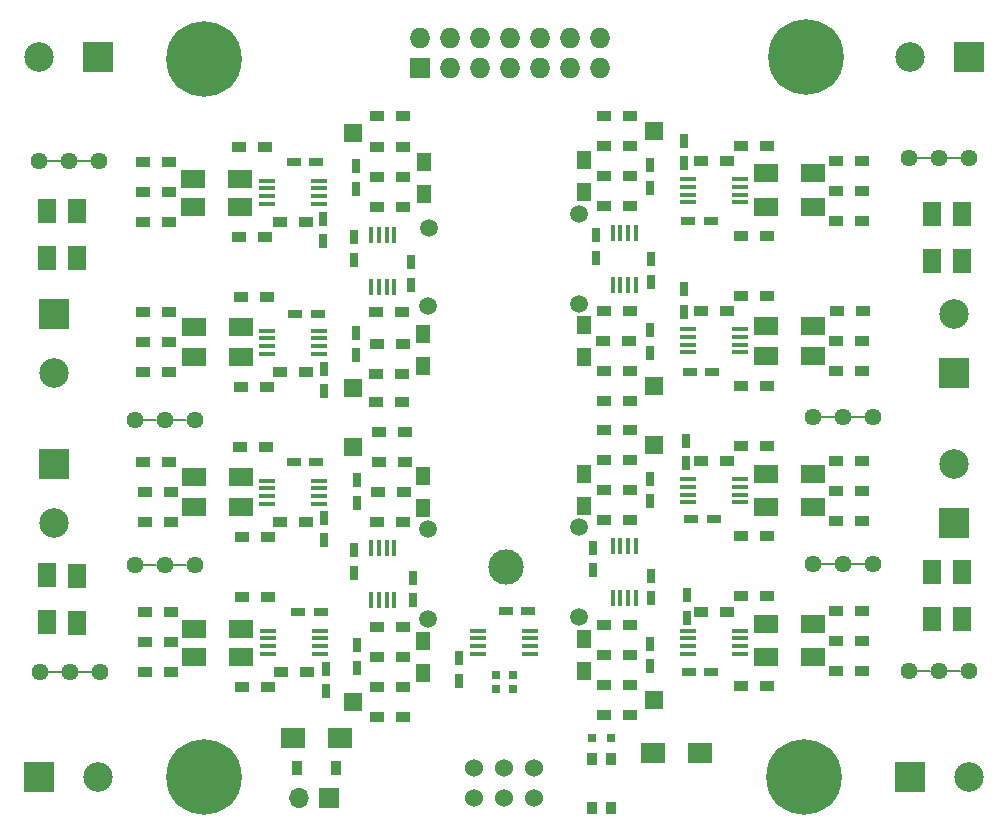
<source format=gbr>
G04 #@! TF.FileFunction,Soldermask,Top*
%FSLAX46Y46*%
G04 Gerber Fmt 4.6, Leading zero omitted, Abs format (unit mm)*
G04 Created by KiCad (PCBNEW 4.0.6) date Tue Apr  4 20:52:10 2017*
%MOMM*%
%LPD*%
G01*
G04 APERTURE LIST*
%ADD10C,0.088900*%
%ADD11C,0.150000*%
%ADD12C,1.440000*%
%ADD13R,1.200000X0.900000*%
%ADD14R,2.000000X1.700000*%
%ADD15R,1.700000X1.700000*%
%ADD16O,1.700000X1.700000*%
%ADD17R,0.900000X1.200000*%
%ADD18R,1.450000X0.450000*%
%ADD19R,1.600000X2.000000*%
%ADD20R,1.200000X0.750000*%
%ADD21R,0.450000X1.450000*%
%ADD22R,0.640000X0.700000*%
%ADD23C,6.400000*%
%ADD24R,1.500000X1.500000*%
%ADD25C,1.500000*%
%ADD26C,3.000000*%
%ADD27R,0.750000X1.200000*%
%ADD28R,1.300000X1.500000*%
%ADD29R,2.000000X1.600000*%
%ADD30C,2.500000*%
%ADD31R,2.500000X2.500000*%
%ADD32R,0.800000X0.800000*%
%ADD33C,1.524000*%
%ADD34R,0.900000X1.000000*%
%ADD35R,1.727200X1.727200*%
%ADD36O,1.727200X1.727200*%
G04 APERTURE END LIST*
D10*
D11*
X112407700Y-129540000D02*
X111239300Y-129540000D01*
X114947700Y-129540000D02*
X113779300Y-129540000D01*
X120408700Y-120459500D02*
X119240300Y-120459500D01*
X122948700Y-120459500D02*
X121780300Y-120459500D01*
X112344200Y-86233001D02*
X111175800Y-86233001D01*
X114884200Y-86233001D02*
X113715800Y-86233001D01*
X120408703Y-108140501D02*
X119240303Y-108140501D01*
X122948703Y-108140501D02*
X121780303Y-108140501D01*
X187312300Y-129413000D02*
X188480700Y-129413000D01*
X184772300Y-129413000D02*
X185940700Y-129413000D01*
X179247797Y-120395999D02*
X180416197Y-120395999D01*
X176707797Y-120395999D02*
X177876197Y-120395999D01*
X179247797Y-107949999D02*
X180416197Y-107949999D01*
X176707797Y-107949999D02*
X177876197Y-107949999D01*
X187375800Y-85979000D02*
X188544200Y-85979000D01*
X184835800Y-85979000D02*
X186004200Y-85979000D01*
D12*
X115633500Y-129540000D03*
X113093500Y-129540000D03*
X110553500Y-129540000D03*
X123634500Y-120459500D03*
X121094500Y-120459500D03*
X118554500Y-120459500D03*
D13*
X121496000Y-104140000D03*
X119296000Y-104140000D03*
D14*
X131985000Y-135128000D03*
X135985000Y-135128000D03*
D15*
X135001000Y-140208000D03*
D16*
X132461000Y-140208000D03*
D17*
X135635000Y-137668000D03*
X132335000Y-137668000D03*
D18*
X147660000Y-126025000D03*
X147660000Y-126675000D03*
X147660000Y-127325000D03*
X147660000Y-127975000D03*
X152060000Y-127975000D03*
X152060000Y-127325000D03*
X152060000Y-126675000D03*
X152060000Y-126025000D03*
D13*
X169884999Y-105282997D03*
X172084999Y-105282997D03*
D19*
X113665000Y-90456000D03*
X113665000Y-94456000D03*
D13*
X121496000Y-86360000D03*
X119296000Y-86360000D03*
X130853000Y-104140000D03*
X133053000Y-104140000D03*
D20*
X133919000Y-111760000D03*
X132019000Y-111760000D03*
D13*
X119422999Y-124460000D03*
X121622999Y-124460000D03*
D21*
X140542080Y-119031548D03*
X139892080Y-119031548D03*
X139242080Y-119031548D03*
X138592080Y-119031548D03*
X138592080Y-123431548D03*
X139242080Y-123431548D03*
X139892080Y-123431548D03*
X140542080Y-123431548D03*
D18*
X169839999Y-102447998D03*
X169839999Y-101797998D03*
X169839999Y-101147998D03*
X169839999Y-100497998D03*
X165439999Y-100497998D03*
X165439999Y-101147998D03*
X165439999Y-101797998D03*
X165439999Y-102447998D03*
D13*
X177970001Y-124332999D03*
X180170001Y-124332999D03*
D22*
X150560000Y-129740500D03*
X149160000Y-129740500D03*
X149160000Y-130990500D03*
X150560000Y-130990500D03*
D23*
X175387000Y-77470000D03*
X124460000Y-77597000D03*
X175260000Y-138430000D03*
X124460000Y-138430000D03*
D24*
X137066180Y-83908953D03*
D25*
X143510000Y-91948000D03*
D24*
X137066180Y-105498947D03*
D25*
X143416182Y-98513948D03*
D24*
X137027087Y-110436549D03*
D25*
X143377082Y-117421552D03*
D24*
X137027082Y-132026546D03*
D25*
X143377082Y-125041550D03*
D24*
X162557509Y-131861607D03*
D25*
X156207512Y-124876607D03*
D24*
X162557511Y-110271612D03*
D25*
X156207510Y-117256614D03*
D24*
X162544473Y-105326266D03*
D25*
X156194471Y-98341265D03*
D24*
X162544471Y-83736263D03*
D25*
X156194478Y-90721268D03*
D26*
X149987000Y-120650000D03*
D13*
X160469469Y-87546264D03*
X158269469Y-87546264D03*
X158269472Y-90086264D03*
X160469472Y-90086264D03*
X169884999Y-92582997D03*
X172084999Y-92582997D03*
X177970000Y-88772999D03*
X180170000Y-88772999D03*
X177970002Y-86233001D03*
X180170002Y-86233001D03*
X160469476Y-85006261D03*
X158269476Y-85006261D03*
X158269472Y-82466266D03*
X160469472Y-82466266D03*
X168740000Y-86232999D03*
X166540000Y-86232999D03*
X172084999Y-84962997D03*
X169884999Y-84962997D03*
X180170001Y-91313001D03*
X177970001Y-91313001D03*
X160448973Y-101516263D03*
X158248973Y-101516263D03*
X158269474Y-98976268D03*
X160469474Y-98976268D03*
X177970002Y-101473004D03*
X180170002Y-101473004D03*
X178013000Y-98932998D03*
X180213000Y-98932998D03*
X160469476Y-104056265D03*
X158269476Y-104056265D03*
X158269470Y-106596266D03*
X160469470Y-106596266D03*
X168740000Y-98933002D03*
X166540000Y-98933002D03*
X172084999Y-97663000D03*
X169884999Y-97663000D03*
X180170000Y-104012999D03*
X177970000Y-104012999D03*
X160482513Y-114081614D03*
X158282513Y-114081614D03*
X158282508Y-116621613D03*
X160482508Y-116621613D03*
X169884999Y-117982997D03*
X172084999Y-117982997D03*
X177970000Y-114173000D03*
X180170000Y-114173000D03*
X177970002Y-111633001D03*
X180170002Y-111633001D03*
X160482508Y-111541613D03*
X158282508Y-111541613D03*
X158282515Y-109001612D03*
X160482515Y-109001612D03*
X168739999Y-111633002D03*
X166539999Y-111633002D03*
X172084999Y-110362997D03*
X169884999Y-110362997D03*
X180170002Y-116712999D03*
X177970002Y-116712999D03*
X160482508Y-128051611D03*
X158282508Y-128051611D03*
X158282509Y-125511613D03*
X160482509Y-125511613D03*
X169884999Y-130682997D03*
X172084999Y-130682997D03*
X177969999Y-126873000D03*
X180169999Y-126873000D03*
X160482509Y-130591608D03*
X158282509Y-130591608D03*
X158282516Y-133131611D03*
X160482516Y-133131611D03*
X168740000Y-124460000D03*
X166540000Y-124460000D03*
X172084999Y-123062999D03*
X169884999Y-123062999D03*
X180169998Y-129412999D03*
X177969998Y-129412999D03*
X139102082Y-128216547D03*
X141302082Y-128216547D03*
X141302084Y-125676549D03*
X139102084Y-125676549D03*
X129835000Y-123189999D03*
X127635000Y-123189999D03*
X121622999Y-127000001D03*
X119422999Y-127000001D03*
X121622997Y-129540001D03*
X119422997Y-129540001D03*
X139081585Y-130756548D03*
X141281585Y-130756548D03*
X141302082Y-133296546D03*
X139102082Y-133296546D03*
X130980000Y-129540000D03*
X133180000Y-129540000D03*
X127635000Y-130810003D03*
X129835000Y-130810003D03*
X139186086Y-114246552D03*
X141386086Y-114246552D03*
X141305515Y-116786549D03*
X139105515Y-116786549D03*
X129708002Y-110490006D03*
X127508002Y-110490006D03*
X121623001Y-114300002D03*
X119423001Y-114300002D03*
X121623000Y-116840000D03*
X119423000Y-116840000D03*
X139229081Y-111706552D03*
X141429081Y-111706552D03*
X141429083Y-109166550D03*
X139229083Y-109166550D03*
X130852999Y-116840002D03*
X133052999Y-116840002D03*
X127635001Y-118110002D03*
X129835001Y-118110002D03*
X119296000Y-111760001D03*
X121496000Y-111760001D03*
X121496000Y-101600000D03*
X119296000Y-101600000D03*
X119296000Y-99060000D03*
X121496000Y-99060000D03*
X139108000Y-87630000D03*
X141308000Y-87630000D03*
X141308000Y-90170000D03*
X139108000Y-90170000D03*
X121496000Y-88900000D03*
X119296000Y-88900000D03*
X141308000Y-82423000D03*
X139108000Y-82423000D03*
X130853000Y-91440000D03*
X133053000Y-91440000D03*
X127424000Y-92710000D03*
X129624000Y-92710000D03*
X139108000Y-85090000D03*
X141308000Y-85090000D03*
X138981000Y-104267000D03*
X141181000Y-104267000D03*
X141181000Y-106680000D03*
X138981000Y-106680000D03*
X129741000Y-97790000D03*
X127541000Y-97790000D03*
X141224000Y-99060000D03*
X139024000Y-99060000D03*
X139108000Y-101727000D03*
X141308000Y-101727000D03*
X129624000Y-85090000D03*
X127424000Y-85090000D03*
D18*
X169840000Y-89748000D03*
X169840000Y-89098000D03*
X169840000Y-88448000D03*
X169840000Y-87798000D03*
X165440000Y-87798000D03*
X165440000Y-88448000D03*
X165440000Y-89098000D03*
X165440000Y-89748000D03*
D21*
X159029472Y-96731264D03*
X159679472Y-96731264D03*
X160329472Y-96731264D03*
X160979472Y-96731264D03*
X160979472Y-92331264D03*
X160329472Y-92331264D03*
X159679472Y-92331264D03*
X159029472Y-92331264D03*
D18*
X169840000Y-115148000D03*
X169840000Y-114498000D03*
X169840000Y-113848000D03*
X169840000Y-113198000D03*
X165440000Y-113198000D03*
X165440000Y-113848000D03*
X165440000Y-114498000D03*
X165440000Y-115148000D03*
D21*
X159042507Y-123266609D03*
X159692507Y-123266609D03*
X160342507Y-123266609D03*
X160992507Y-123266609D03*
X160992507Y-118866609D03*
X160342507Y-118866609D03*
X159692507Y-118866609D03*
X159042507Y-118866609D03*
D18*
X169840001Y-127975000D03*
X169840001Y-127325000D03*
X169840001Y-126675000D03*
X169840001Y-126025000D03*
X165440001Y-126025000D03*
X165440001Y-126675000D03*
X165440001Y-127325000D03*
X165440001Y-127975000D03*
X129880000Y-126025000D03*
X129880000Y-126675000D03*
X129880000Y-127325000D03*
X129880000Y-127975000D03*
X134280000Y-127975000D03*
X134280000Y-127325000D03*
X134280000Y-126675000D03*
X134280000Y-126025000D03*
X129753001Y-113324999D03*
X129753001Y-113974999D03*
X129753001Y-114624999D03*
X129753001Y-115274999D03*
X134153001Y-115274999D03*
X134153001Y-114624999D03*
X134153001Y-113974999D03*
X134153001Y-113324999D03*
X129752999Y-87925000D03*
X129752999Y-88575000D03*
X129752999Y-89225000D03*
X129752999Y-89875000D03*
X134152999Y-89875000D03*
X134152999Y-89225000D03*
X134152999Y-88575000D03*
X134152999Y-87925000D03*
X129753002Y-100624998D03*
X129753002Y-101274998D03*
X129753002Y-101924998D03*
X129753002Y-102574998D03*
X134153002Y-102574998D03*
X134153002Y-101924998D03*
X134153002Y-101274998D03*
X134153002Y-100624998D03*
D21*
X140548000Y-92542000D03*
X139898000Y-92542000D03*
X139248000Y-92542000D03*
X138598000Y-92542000D03*
X138598000Y-96942000D03*
X139248000Y-96942000D03*
X139898000Y-96942000D03*
X140548000Y-96942000D03*
D27*
X146050000Y-130236000D03*
X146050000Y-128336000D03*
D20*
X151889499Y-124333000D03*
X149989499Y-124333000D03*
D27*
X162163472Y-86596264D03*
X162163472Y-88496264D03*
X162163477Y-102466268D03*
X162163477Y-100566268D03*
X157607000Y-92522000D03*
X157607000Y-94422000D03*
D20*
X165420000Y-91313000D03*
X167320000Y-91313000D03*
X165547000Y-104140000D03*
X167447000Y-104140000D03*
D27*
X162176513Y-113131612D03*
X162176513Y-115031612D03*
X162176511Y-129001607D03*
X162176511Y-127101607D03*
X157353000Y-119004000D03*
X157353000Y-120904000D03*
D20*
X165674000Y-116586000D03*
X167574000Y-116586000D03*
X165481000Y-129540000D03*
X167381000Y-129540000D03*
D27*
X137408080Y-129166551D03*
X137408080Y-127266551D03*
X137408081Y-113296548D03*
X137408081Y-115196548D03*
X142113000Y-123444000D03*
X142113000Y-121544000D03*
D20*
X134300000Y-124460000D03*
X132400000Y-124460000D03*
D27*
X137287000Y-86680000D03*
X137287000Y-88580000D03*
X141986000Y-96708000D03*
X141986000Y-94808000D03*
D20*
X134046000Y-99187000D03*
X132146000Y-99187000D03*
X133919000Y-86360000D03*
X132019000Y-86360000D03*
D27*
X137287000Y-102677000D03*
X137287000Y-100777000D03*
D19*
X111125000Y-94456000D03*
X111125000Y-90456000D03*
D28*
X143035178Y-89068953D03*
X143035178Y-86368953D03*
X143002000Y-100932000D03*
X143002000Y-103632000D03*
D27*
X134493000Y-93025000D03*
X134493000Y-91125000D03*
X134620000Y-105725000D03*
X134620000Y-103825000D03*
X137160000Y-94610000D03*
X137160000Y-92710000D03*
D19*
X111125000Y-121317000D03*
X111125000Y-125317000D03*
D28*
X142996080Y-115596549D03*
X142996080Y-112896549D03*
X142996082Y-126866550D03*
X142996082Y-129566550D03*
D27*
X134620000Y-118364000D03*
X134620000Y-116464000D03*
X134747000Y-131125000D03*
X134747000Y-129225000D03*
X137160000Y-121092000D03*
X137160000Y-119192000D03*
D19*
X113665000Y-125349000D03*
X113665000Y-121349000D03*
X188595000Y-121063000D03*
X188595000Y-125063000D03*
D28*
X156588514Y-126699110D03*
X156588514Y-129399110D03*
X156588505Y-115431611D03*
X156588505Y-112731611D03*
D27*
X165354000Y-123002000D03*
X165354000Y-124902000D03*
X165227000Y-109921000D03*
X165227000Y-111821000D03*
X162306000Y-121351000D03*
X162306000Y-123251000D03*
D19*
X186055000Y-125063000D03*
X186055000Y-121063000D03*
X188595000Y-94710000D03*
X188595000Y-90710000D03*
D28*
X156575472Y-100166269D03*
X156575472Y-102866269D03*
X156575475Y-88896266D03*
X156575475Y-86196266D03*
D27*
X165100000Y-97094000D03*
X165100000Y-98994000D03*
X165100000Y-84521000D03*
X165100000Y-86421000D03*
X162306000Y-94554000D03*
X162306000Y-96454000D03*
D19*
X186055000Y-90710000D03*
X186055000Y-94710000D03*
D13*
X119296000Y-91440000D03*
X121496000Y-91440000D03*
X127551000Y-105410000D03*
X129751000Y-105410000D03*
D29*
X127476000Y-90170000D03*
X123476000Y-90170000D03*
X127476000Y-87757000D03*
X123476000Y-87757000D03*
X127603000Y-102870000D03*
X123603000Y-102870000D03*
X127603000Y-100330000D03*
X123603000Y-100330000D03*
X127603002Y-115569998D03*
X123603002Y-115569998D03*
X127603000Y-113029999D03*
X123603000Y-113029999D03*
X127603000Y-128269998D03*
X123603000Y-128269998D03*
X127603000Y-125857000D03*
X123603000Y-125857000D03*
X171989999Y-125476000D03*
X175989999Y-125476000D03*
X171989998Y-128270000D03*
X175989998Y-128270000D03*
X171990000Y-112776000D03*
X175990000Y-112776000D03*
X171990001Y-115570000D03*
X175990001Y-115570000D03*
X171989998Y-100203001D03*
X175989998Y-100203001D03*
X171990001Y-102742998D03*
X175990001Y-102742998D03*
X171990000Y-87249000D03*
X175990000Y-87249000D03*
X171990001Y-90170000D03*
X175990001Y-90170000D03*
D30*
X110443000Y-77470000D03*
D31*
X115443000Y-77470000D03*
D30*
X111760000Y-104187000D03*
D31*
X111760000Y-99187000D03*
D30*
X111759998Y-116887001D03*
D31*
X111759998Y-111887001D03*
D30*
X115443000Y-138430000D03*
D31*
X110443000Y-138430000D03*
D30*
X189230000Y-138430000D03*
D31*
X184230000Y-138430000D03*
D30*
X187959999Y-111887001D03*
D31*
X187959999Y-116887001D03*
D30*
X187960000Y-99186998D03*
D31*
X187960000Y-104186998D03*
D30*
X184230000Y-77470000D03*
D31*
X189230000Y-77470000D03*
D32*
X157315000Y-135128000D03*
X158915000Y-135128000D03*
D14*
X162465000Y-136398000D03*
X166465000Y-136398000D03*
D33*
X149860000Y-140208000D03*
X152400000Y-140208000D03*
X147320000Y-140208000D03*
X147300000Y-137658000D03*
X149840000Y-137658000D03*
X152380000Y-137658000D03*
D34*
X158915000Y-136888000D03*
X157315000Y-136888000D03*
X158915000Y-140988000D03*
X157315000Y-140988000D03*
D12*
X115570000Y-86233001D03*
X113030000Y-86233001D03*
X110490000Y-86233001D03*
X123634503Y-108140501D03*
X121094503Y-108140501D03*
X118554503Y-108140501D03*
X184086500Y-129413000D03*
X186626500Y-129413000D03*
X189166500Y-129413000D03*
X176021997Y-120395999D03*
X178561997Y-120395999D03*
X181101997Y-120395999D03*
X176021997Y-107949999D03*
X178561997Y-107949999D03*
X181101997Y-107949999D03*
X184150000Y-85979000D03*
X186690000Y-85979000D03*
X189230000Y-85979000D03*
D35*
X142684501Y-78358997D03*
D36*
X142684501Y-75818997D03*
X145224501Y-78358997D03*
X145224501Y-75818997D03*
X147764501Y-78358997D03*
X147764501Y-75818997D03*
X150304501Y-78358997D03*
X150304501Y-75818997D03*
X152844501Y-78358997D03*
X152844501Y-75818997D03*
X155384501Y-78358997D03*
X155384501Y-75818997D03*
X157924501Y-78358997D03*
X157924501Y-75818997D03*
M02*

</source>
